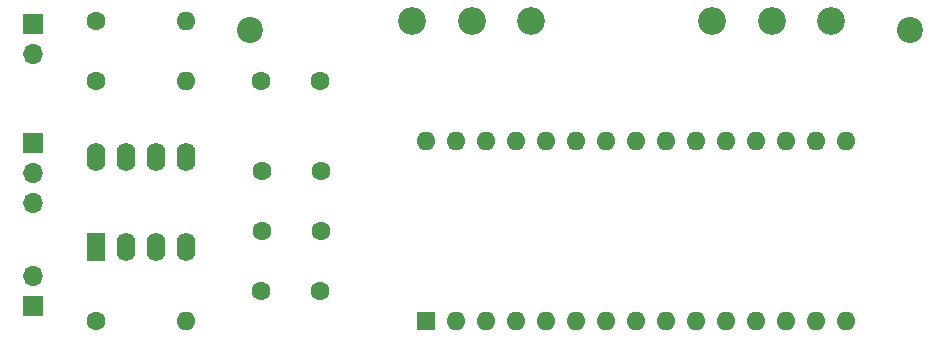
<source format=gbr>
%TF.GenerationSoftware,KiCad,Pcbnew,(6.0.1)*%
%TF.CreationDate,2022-07-14T17:02:31-04:00*%
%TF.ProjectId,AV_Speaker,41565f53-7065-4616-9b65-722e6b696361,rev?*%
%TF.SameCoordinates,Original*%
%TF.FileFunction,Soldermask,Bot*%
%TF.FilePolarity,Negative*%
%FSLAX46Y46*%
G04 Gerber Fmt 4.6, Leading zero omitted, Abs format (unit mm)*
G04 Created by KiCad (PCBNEW (6.0.1)) date 2022-07-14 17:02:31*
%MOMM*%
%LPD*%
G01*
G04 APERTURE LIST*
%ADD10R,1.700000X1.700000*%
%ADD11O,1.700000X1.700000*%
%ADD12C,1.600000*%
%ADD13O,1.600000X1.600000*%
%ADD14R,1.600000X2.400000*%
%ADD15O,1.600000X2.400000*%
%ADD16C,2.200000*%
%ADD17R,1.600000X1.600000*%
%ADD18C,2.340000*%
G04 APERTURE END LIST*
D10*
%TO.C,J2*%
X90805000Y-102113000D03*
D11*
X90805000Y-99573000D03*
%TD*%
D12*
%TO.C,C1*%
X110104000Y-83063000D03*
X115104000Y-83063000D03*
%TD*%
%TO.C,R3*%
X96134000Y-103383000D03*
D13*
X103754000Y-103383000D03*
%TD*%
D14*
%TO.C,U1*%
X96144000Y-97048000D03*
D15*
X98684000Y-97048000D03*
X101224000Y-97048000D03*
X103764000Y-97048000D03*
X103764000Y-89428000D03*
X101224000Y-89428000D03*
X98684000Y-89428000D03*
X96144000Y-89428000D03*
%TD*%
D12*
%TO.C,C2*%
X110104000Y-100843000D03*
X115104000Y-100843000D03*
%TD*%
%TO.C,C4*%
X115184000Y-90683000D03*
X110184000Y-90683000D03*
%TD*%
D16*
%TO.C,H1*%
X165100000Y-78740000D03*
%TD*%
D17*
%TO.C,A1*%
X124074000Y-103373000D03*
D13*
X126614000Y-103373000D03*
X129154000Y-103373000D03*
X131694000Y-103373000D03*
X134234000Y-103373000D03*
X136774000Y-103373000D03*
X139314000Y-103373000D03*
X141854000Y-103373000D03*
X144394000Y-103373000D03*
X146934000Y-103373000D03*
X149474000Y-103373000D03*
X152014000Y-103373000D03*
X154554000Y-103373000D03*
X157094000Y-103373000D03*
X159634000Y-103373000D03*
X159634000Y-88133000D03*
X157094000Y-88133000D03*
X154554000Y-88133000D03*
X152014000Y-88133000D03*
X149474000Y-88133000D03*
X146934000Y-88133000D03*
X144394000Y-88133000D03*
X141854000Y-88133000D03*
X139314000Y-88133000D03*
X136774000Y-88133000D03*
X134234000Y-88133000D03*
X131694000Y-88133000D03*
X129154000Y-88133000D03*
X126614000Y-88133000D03*
X124074000Y-88133000D03*
%TD*%
D18*
%TO.C,RV2*%
X132964000Y-77983000D03*
X127964000Y-77983000D03*
X122964000Y-77983000D03*
%TD*%
D16*
%TO.C,H3*%
X109220000Y-78740000D03*
%TD*%
D12*
%TO.C,R2*%
X96134000Y-83063000D03*
D13*
X103754000Y-83063000D03*
%TD*%
D12*
%TO.C,R1*%
X96134000Y-77983000D03*
D13*
X103754000Y-77983000D03*
%TD*%
D10*
%TO.C,J1*%
X90800000Y-78232000D03*
D11*
X90800000Y-80772000D03*
%TD*%
D12*
%TO.C,C3*%
X115184000Y-95763000D03*
X110184000Y-95763000D03*
%TD*%
D10*
%TO.C,J3*%
X90805000Y-88265000D03*
D11*
X90805000Y-90805000D03*
X90805000Y-93345000D03*
%TD*%
D18*
%TO.C,RV1*%
X158364000Y-77983000D03*
X153364000Y-77983000D03*
X148364000Y-77983000D03*
%TD*%
M02*

</source>
